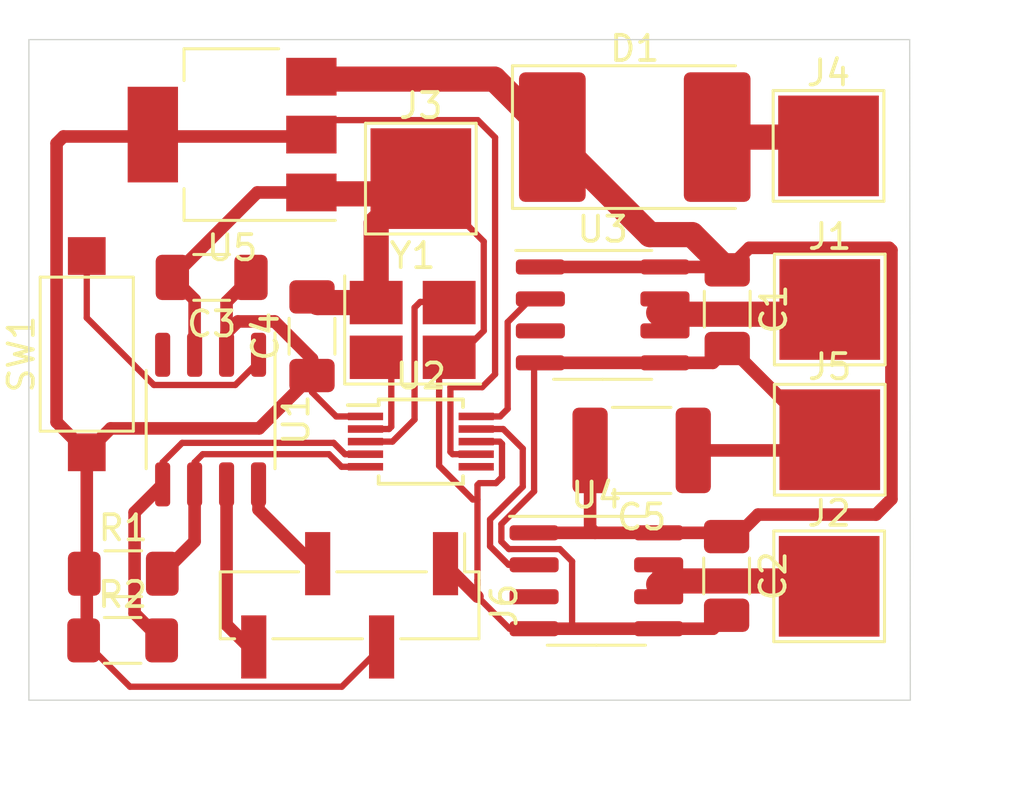
<source format=kicad_pcb>
(kicad_pcb (version 20171130) (host pcbnew 5.99.0+really5.1.12+dfsg1-1)

  (general
    (thickness 1.6)
    (drawings 4)
    (tracks 163)
    (zones 0)
    (modules 21)
    (nets 16)
  )

  (page A4)
  (layers
    (0 F.Cu signal)
    (31 B.Cu signal)
    (32 B.Adhes user)
    (33 F.Adhes user)
    (34 B.Paste user)
    (35 F.Paste user)
    (36 B.SilkS user)
    (37 F.SilkS user)
    (38 B.Mask user)
    (39 F.Mask user)
    (40 Dwgs.User user)
    (41 Cmts.User user)
    (42 Eco1.User user)
    (43 Eco2.User user)
    (44 Edge.Cuts user)
    (45 Margin user)
    (46 B.CrtYd user)
    (47 F.CrtYd user)
    (48 B.Fab user)
    (49 F.Fab user)
  )

  (setup
    (last_trace_width 0.25)
    (user_trace_width 0.5)
    (user_trace_width 1)
    (trace_clearance 0.2)
    (zone_clearance 0.508)
    (zone_45_only no)
    (trace_min 0.2)
    (via_size 0.8)
    (via_drill 0.4)
    (via_min_size 0.4)
    (via_min_drill 0.3)
    (uvia_size 0.3)
    (uvia_drill 0.1)
    (uvias_allowed no)
    (uvia_min_size 0.2)
    (uvia_min_drill 0.1)
    (edge_width 0.05)
    (segment_width 0.2)
    (pcb_text_width 0.3)
    (pcb_text_size 1.5 1.5)
    (mod_edge_width 0.12)
    (mod_text_size 1 1)
    (mod_text_width 0.15)
    (pad_size 1.524 1.524)
    (pad_drill 0.762)
    (pad_to_mask_clearance 0)
    (aux_axis_origin 0 0)
    (visible_elements FFFFFF7F)
    (pcbplotparams
      (layerselection 0x010fc_ffffffff)
      (usegerberextensions false)
      (usegerberattributes true)
      (usegerberadvancedattributes true)
      (creategerberjobfile true)
      (excludeedgelayer true)
      (linewidth 0.100000)
      (plotframeref false)
      (viasonmask false)
      (mode 1)
      (useauxorigin false)
      (hpglpennumber 1)
      (hpglpenspeed 20)
      (hpglpendiameter 15.000000)
      (psnegative false)
      (psa4output false)
      (plotreference true)
      (plotvalue true)
      (plotinvisibletext false)
      (padsonsilk false)
      (subtractmaskfromsilk false)
      (outputformat 1)
      (mirror false)
      (drillshape 1)
      (scaleselection 1)
      (outputdirectory ""))
  )

  (net 0 "")
  (net 1 GND)
  (net 2 +3V3)
  (net 3 "Net-(SW1-Pad2)")
  (net 4 "Net-(U2-Pad10)")
  (net 5 "Net-(U2-Pad9)")
  (net 6 "Net-(U2-Pad3)")
  (net 7 "Net-(U2-Pad2)")
  (net 8 +12V)
  (net 9 "Net-(J1-Pad1)")
  (net 10 "Net-(J2-Pad1)")
  (net 11 "Net-(R1-Pad2)")
  (net 12 "Net-(R2-Pad2)")
  (net 13 "Net-(C1-Pad1)")
  (net 14 "Net-(J6-Pad4)")
  (net 15 "Net-(J6-Pad3)")

  (net_class Default "Questo è il gruppo di collegamenti predefinito"
    (clearance 0.2)
    (trace_width 0.25)
    (via_dia 0.8)
    (via_drill 0.4)
    (uvia_dia 0.3)
    (uvia_drill 0.1)
    (add_net +12V)
    (add_net +3V3)
    (add_net GND)
    (add_net "Net-(C1-Pad1)")
    (add_net "Net-(J1-Pad1)")
    (add_net "Net-(J2-Pad1)")
    (add_net "Net-(J6-Pad3)")
    (add_net "Net-(J6-Pad4)")
    (add_net "Net-(R1-Pad2)")
    (add_net "Net-(R2-Pad2)")
    (add_net "Net-(SW1-Pad2)")
    (add_net "Net-(U2-Pad10)")
    (add_net "Net-(U2-Pad2)")
    (add_net "Net-(U2-Pad3)")
    (add_net "Net-(U2-Pad9)")
  )

  (module Capacitor_SMD:C_1812_4532Metric (layer F.Cu) (tedit 5F68FEEE) (tstamp 61D41F81)
    (at 86.85 45.075 180)
    (descr "Capacitor SMD 1812 (4532 Metric), square (rectangular) end terminal, IPC_7351 nominal, (Body size source: IPC-SM-782 page 76, https://www.pcb-3d.com/wordpress/wp-content/uploads/ipc-sm-782a_amendment_1_and_2.pdf), generated with kicad-footprint-generator")
    (tags capacitor)
    (path /61E06150)
    (attr smd)
    (fp_text reference C5 (at 0 -2.65) (layer F.SilkS)
      (effects (font (size 1 1) (thickness 0.15)))
    )
    (fp_text value 220n (at 0 2.65) (layer F.Fab)
      (effects (font (size 1 1) (thickness 0.15)))
    )
    (fp_text user %R (at 0 0) (layer F.Fab)
      (effects (font (size 1 1) (thickness 0.15)))
    )
    (fp_line (start -2.25 1.6) (end -2.25 -1.6) (layer F.Fab) (width 0.1))
    (fp_line (start -2.25 -1.6) (end 2.25 -1.6) (layer F.Fab) (width 0.1))
    (fp_line (start 2.25 -1.6) (end 2.25 1.6) (layer F.Fab) (width 0.1))
    (fp_line (start 2.25 1.6) (end -2.25 1.6) (layer F.Fab) (width 0.1))
    (fp_line (start -1.161252 -1.71) (end 1.161252 -1.71) (layer F.SilkS) (width 0.12))
    (fp_line (start -1.161252 1.71) (end 1.161252 1.71) (layer F.SilkS) (width 0.12))
    (fp_line (start -3 1.95) (end -3 -1.95) (layer F.CrtYd) (width 0.05))
    (fp_line (start -3 -1.95) (end 3 -1.95) (layer F.CrtYd) (width 0.05))
    (fp_line (start 3 -1.95) (end 3 1.95) (layer F.CrtYd) (width 0.05))
    (fp_line (start 3 1.95) (end -3 1.95) (layer F.CrtYd) (width 0.05))
    (pad 2 smd roundrect (at 2.05 0 180) (size 1.4 3.4) (layers F.Cu F.Paste F.Mask) (roundrect_rratio 0.178571)
      (net 13 "Net-(C1-Pad1)"))
    (pad 1 smd roundrect (at -2.05 0 180) (size 1.4 3.4) (layers F.Cu F.Paste F.Mask) (roundrect_rratio 0.178571)
      (net 1 GND))
    (model ${KISYS3DMOD}/Capacitor_SMD.3dshapes/C_1812_4532Metric.wrl
      (at (xyz 0 0 0))
      (scale (xyz 1 1 1))
      (rotate (xyz 0 0 0))
    )
  )

  (module Resistor_SMD:R_1206_3216Metric_Pad1.30x1.75mm_HandSolder (layer F.Cu) (tedit 5F68FEEE) (tstamp 61D2D22D)
    (at 66.225 52.625)
    (descr "Resistor SMD 1206 (3216 Metric), square (rectangular) end terminal, IPC_7351 nominal with elongated pad for handsoldering. (Body size source: IPC-SM-782 page 72, https://www.pcb-3d.com/wordpress/wp-content/uploads/ipc-sm-782a_amendment_1_and_2.pdf), generated with kicad-footprint-generator")
    (tags "resistor handsolder")
    (path /61BEE388)
    (attr smd)
    (fp_text reference R2 (at 0 -1.82) (layer F.SilkS)
      (effects (font (size 1 1) (thickness 0.15)))
    )
    (fp_text value 5k6 (at 0 1.82) (layer F.Fab)
      (effects (font (size 1 1) (thickness 0.15)))
    )
    (fp_line (start -1.6 0.8) (end -1.6 -0.8) (layer F.Fab) (width 0.1))
    (fp_line (start -1.6 -0.8) (end 1.6 -0.8) (layer F.Fab) (width 0.1))
    (fp_line (start 1.6 -0.8) (end 1.6 0.8) (layer F.Fab) (width 0.1))
    (fp_line (start 1.6 0.8) (end -1.6 0.8) (layer F.Fab) (width 0.1))
    (fp_line (start -0.727064 -0.91) (end 0.727064 -0.91) (layer F.SilkS) (width 0.12))
    (fp_line (start -0.727064 0.91) (end 0.727064 0.91) (layer F.SilkS) (width 0.12))
    (fp_line (start -2.45 1.12) (end -2.45 -1.12) (layer F.CrtYd) (width 0.05))
    (fp_line (start -2.45 -1.12) (end 2.45 -1.12) (layer F.CrtYd) (width 0.05))
    (fp_line (start 2.45 -1.12) (end 2.45 1.12) (layer F.CrtYd) (width 0.05))
    (fp_line (start 2.45 1.12) (end -2.45 1.12) (layer F.CrtYd) (width 0.05))
    (fp_text user %R (at 0 0) (layer F.Fab)
      (effects (font (size 0.8 0.8) (thickness 0.12)))
    )
    (pad 2 smd roundrect (at 1.55 0) (size 1.3 1.75) (layers F.Cu F.Paste F.Mask) (roundrect_rratio 0.192308)
      (net 12 "Net-(R2-Pad2)"))
    (pad 1 smd roundrect (at -1.55 0) (size 1.3 1.75) (layers F.Cu F.Paste F.Mask) (roundrect_rratio 0.192308)
      (net 2 +3V3))
    (model ${KISYS3DMOD}/Resistor_SMD.3dshapes/R_1206_3216Metric.wrl
      (at (xyz 0 0 0))
      (scale (xyz 1 1 1))
      (rotate (xyz 0 0 0))
    )
  )

  (module Capacitor_SMD:C_1206_3216Metric_Pad1.33x1.80mm_HandSolder (layer F.Cu) (tedit 5F68FEEF) (tstamp 61BD5677)
    (at 69.7625 38.2 180)
    (descr "Capacitor SMD 1206 (3216 Metric), square (rectangular) end terminal, IPC_7351 nominal with elongated pad for handsoldering. (Body size source: IPC-SM-782 page 76, https://www.pcb-3d.com/wordpress/wp-content/uploads/ipc-sm-782a_amendment_1_and_2.pdf), generated with kicad-footprint-generator")
    (tags "capacitor handsolder")
    (path /61C2BA36)
    (attr smd)
    (fp_text reference C3 (at 0 -1.85) (layer F.SilkS)
      (effects (font (size 1 1) (thickness 0.15)))
    )
    (fp_text value 150n (at 0 1.85) (layer F.Fab)
      (effects (font (size 1 1) (thickness 0.15)))
    )
    (fp_line (start 2.48 1.15) (end -2.48 1.15) (layer F.CrtYd) (width 0.05))
    (fp_line (start 2.48 -1.15) (end 2.48 1.15) (layer F.CrtYd) (width 0.05))
    (fp_line (start -2.48 -1.15) (end 2.48 -1.15) (layer F.CrtYd) (width 0.05))
    (fp_line (start -2.48 1.15) (end -2.48 -1.15) (layer F.CrtYd) (width 0.05))
    (fp_line (start -0.711252 0.91) (end 0.711252 0.91) (layer F.SilkS) (width 0.12))
    (fp_line (start -0.711252 -0.91) (end 0.711252 -0.91) (layer F.SilkS) (width 0.12))
    (fp_line (start 1.6 0.8) (end -1.6 0.8) (layer F.Fab) (width 0.1))
    (fp_line (start 1.6 -0.8) (end 1.6 0.8) (layer F.Fab) (width 0.1))
    (fp_line (start -1.6 -0.8) (end 1.6 -0.8) (layer F.Fab) (width 0.1))
    (fp_line (start -1.6 0.8) (end -1.6 -0.8) (layer F.Fab) (width 0.1))
    (fp_text user %R (at 0 0) (layer F.Fab)
      (effects (font (size 0.8 0.8) (thickness 0.12)))
    )
    (pad 2 smd roundrect (at 1.5625 0 180) (size 1.325 1.8) (layers F.Cu F.Paste F.Mask) (roundrect_rratio 0.188679)
      (net 1 GND))
    (pad 1 smd roundrect (at -1.5625 0 180) (size 1.325 1.8) (layers F.Cu F.Paste F.Mask) (roundrect_rratio 0.188679)
      (net 2 +3V3))
    (model ${KISYS3DMOD}/Capacitor_SMD.3dshapes/C_1206_3216Metric.wrl
      (at (xyz 0 0 0))
      (scale (xyz 1 1 1))
      (rotate (xyz 0 0 0))
    )
  )

  (module Connector_PinHeader_2.54mm:PinHeader_1x04_P2.54mm_Vertical_SMD_Pin1Left (layer F.Cu) (tedit 59FED5CC) (tstamp 61D3F292)
    (at 75.245 51.23 270)
    (descr "surface-mounted straight pin header, 1x04, 2.54mm pitch, single row, style 1 (pin 1 left)")
    (tags "Surface mounted pin header SMD 1x04 2.54mm single row style1 pin1 left")
    (path /61DE3E97)
    (attr smd)
    (fp_text reference J6 (at 0 -6.14 90) (layer F.SilkS)
      (effects (font (size 1 1) (thickness 0.15)))
    )
    (fp_text value Conn_01x04_Female (at 0 6.14 90) (layer F.Fab)
      (effects (font (size 1 1) (thickness 0.15)))
    )
    (fp_text user %R (at 0 0) (layer F.Fab)
      (effects (font (size 1 1) (thickness 0.15)))
    )
    (fp_line (start 1.27 5.08) (end -1.27 5.08) (layer F.Fab) (width 0.1))
    (fp_line (start -0.32 -5.08) (end 1.27 -5.08) (layer F.Fab) (width 0.1))
    (fp_line (start -1.27 5.08) (end -1.27 -4.13) (layer F.Fab) (width 0.1))
    (fp_line (start -1.27 -4.13) (end -0.32 -5.08) (layer F.Fab) (width 0.1))
    (fp_line (start 1.27 -5.08) (end 1.27 5.08) (layer F.Fab) (width 0.1))
    (fp_line (start -1.27 -4.13) (end -2.54 -4.13) (layer F.Fab) (width 0.1))
    (fp_line (start -2.54 -4.13) (end -2.54 -3.49) (layer F.Fab) (width 0.1))
    (fp_line (start -2.54 -3.49) (end -1.27 -3.49) (layer F.Fab) (width 0.1))
    (fp_line (start -1.27 0.95) (end -2.54 0.95) (layer F.Fab) (width 0.1))
    (fp_line (start -2.54 0.95) (end -2.54 1.59) (layer F.Fab) (width 0.1))
    (fp_line (start -2.54 1.59) (end -1.27 1.59) (layer F.Fab) (width 0.1))
    (fp_line (start 1.27 -1.59) (end 2.54 -1.59) (layer F.Fab) (width 0.1))
    (fp_line (start 2.54 -1.59) (end 2.54 -0.95) (layer F.Fab) (width 0.1))
    (fp_line (start 2.54 -0.95) (end 1.27 -0.95) (layer F.Fab) (width 0.1))
    (fp_line (start 1.27 3.49) (end 2.54 3.49) (layer F.Fab) (width 0.1))
    (fp_line (start 2.54 3.49) (end 2.54 4.13) (layer F.Fab) (width 0.1))
    (fp_line (start 2.54 4.13) (end 1.27 4.13) (layer F.Fab) (width 0.1))
    (fp_line (start -1.33 -5.14) (end 1.33 -5.14) (layer F.SilkS) (width 0.12))
    (fp_line (start -1.33 5.14) (end 1.33 5.14) (layer F.SilkS) (width 0.12))
    (fp_line (start 1.33 -5.14) (end 1.33 -2.03) (layer F.SilkS) (width 0.12))
    (fp_line (start -1.33 -4.57) (end -2.85 -4.57) (layer F.SilkS) (width 0.12))
    (fp_line (start -1.33 -5.14) (end -1.33 -4.57) (layer F.SilkS) (width 0.12))
    (fp_line (start 1.33 4.57) (end 1.33 5.14) (layer F.SilkS) (width 0.12))
    (fp_line (start 1.33 -0.51) (end 1.33 3.05) (layer F.SilkS) (width 0.12))
    (fp_line (start -1.33 -3.05) (end -1.33 0.51) (layer F.SilkS) (width 0.12))
    (fp_line (start -1.33 2.03) (end -1.33 5.14) (layer F.SilkS) (width 0.12))
    (fp_line (start -3.45 -5.6) (end -3.45 5.6) (layer F.CrtYd) (width 0.05))
    (fp_line (start -3.45 5.6) (end 3.45 5.6) (layer F.CrtYd) (width 0.05))
    (fp_line (start 3.45 5.6) (end 3.45 -5.6) (layer F.CrtYd) (width 0.05))
    (fp_line (start 3.45 -5.6) (end -3.45 -5.6) (layer F.CrtYd) (width 0.05))
    (pad 4 smd rect (at 1.655 3.81 270) (size 2.51 1) (layers F.Cu F.Paste F.Mask)
      (net 14 "Net-(J6-Pad4)"))
    (pad 2 smd rect (at 1.655 -1.27 270) (size 2.51 1) (layers F.Cu F.Paste F.Mask)
      (net 2 +3V3))
    (pad 3 smd rect (at -1.655 1.27 270) (size 2.51 1) (layers F.Cu F.Paste F.Mask)
      (net 15 "Net-(J6-Pad3)"))
    (pad 1 smd rect (at -1.655 -3.81 270) (size 2.51 1) (layers F.Cu F.Paste F.Mask)
      (net 1 GND))
    (model ${KISYS3DMOD}/Connector_PinHeader_2.54mm.3dshapes/PinHeader_1x04_P2.54mm_Vertical_SMD_Pin1Left.wrl
      (at (xyz 0 0 0))
      (scale (xyz 1 1 1))
      (rotate (xyz 0 0 0))
    )
  )

  (module Package_TO_SOT_SMD:SOT-223-3_TabPin2 (layer F.Cu) (tedit 5A02FF57) (tstamp 61D3A92F)
    (at 70.575 32.525 180)
    (descr "module CMS SOT223 4 pins")
    (tags "CMS SOT")
    (path /61DBDBE5)
    (attr smd)
    (fp_text reference U5 (at 0 -4.5) (layer F.SilkS)
      (effects (font (size 1 1) (thickness 0.15)))
    )
    (fp_text value LD1117S33TR_SOT223 (at 0 4.5) (layer F.Fab)
      (effects (font (size 1 1) (thickness 0.15)))
    )
    (fp_line (start 1.85 -3.35) (end 1.85 3.35) (layer F.Fab) (width 0.1))
    (fp_line (start -1.85 3.35) (end 1.85 3.35) (layer F.Fab) (width 0.1))
    (fp_line (start -4.1 -3.41) (end 1.91 -3.41) (layer F.SilkS) (width 0.12))
    (fp_line (start -0.85 -3.35) (end 1.85 -3.35) (layer F.Fab) (width 0.1))
    (fp_line (start -1.85 3.41) (end 1.91 3.41) (layer F.SilkS) (width 0.12))
    (fp_line (start -1.85 -2.35) (end -1.85 3.35) (layer F.Fab) (width 0.1))
    (fp_line (start -1.85 -2.35) (end -0.85 -3.35) (layer F.Fab) (width 0.1))
    (fp_line (start -4.4 -3.6) (end -4.4 3.6) (layer F.CrtYd) (width 0.05))
    (fp_line (start -4.4 3.6) (end 4.4 3.6) (layer F.CrtYd) (width 0.05))
    (fp_line (start 4.4 3.6) (end 4.4 -3.6) (layer F.CrtYd) (width 0.05))
    (fp_line (start 4.4 -3.6) (end -4.4 -3.6) (layer F.CrtYd) (width 0.05))
    (fp_line (start 1.91 -3.41) (end 1.91 -2.15) (layer F.SilkS) (width 0.12))
    (fp_line (start 1.91 3.41) (end 1.91 2.15) (layer F.SilkS) (width 0.12))
    (fp_text user %R (at 0 0 90) (layer F.Fab)
      (effects (font (size 0.8 0.8) (thickness 0.12)))
    )
    (pad 1 smd rect (at -3.15 -2.3 180) (size 2 1.5) (layers F.Cu F.Paste F.Mask)
      (net 1 GND))
    (pad 3 smd rect (at -3.15 2.3 180) (size 2 1.5) (layers F.Cu F.Paste F.Mask)
      (net 13 "Net-(C1-Pad1)"))
    (pad 2 smd rect (at -3.15 0 180) (size 2 1.5) (layers F.Cu F.Paste F.Mask)
      (net 2 +3V3))
    (pad 2 smd rect (at 3.15 0 180) (size 2 3.8) (layers F.Cu F.Paste F.Mask)
      (net 2 +3V3))
    (model ${KISYS3DMOD}/Package_TO_SOT_SMD.3dshapes/SOT-223.wrl
      (at (xyz 0 0 0))
      (scale (xyz 1 1 1))
      (rotate (xyz 0 0 0))
    )
  )

  (module Button_Switch_SMD:SW_SPST_CK_RS282G05A3 (layer F.Cu) (tedit 5A7A67D2) (tstamp 61BD3C07)
    (at 64.8 41.25 90)
    (descr https://www.mouser.com/ds/2/60/RS-282G05A-SM_RT-1159762.pdf)
    (tags "SPST button tactile switch")
    (path /61C14AD4)
    (attr smd)
    (fp_text reference SW1 (at 0 -2.6 90) (layer F.SilkS)
      (effects (font (size 1 1) (thickness 0.15)))
    )
    (fp_text value SW_Push (at 0 3 90) (layer F.Fab)
      (effects (font (size 1 1) (thickness 0.15)))
    )
    (fp_line (start 3 -1.8) (end 3 1.8) (layer F.Fab) (width 0.1))
    (fp_line (start -3 -1.8) (end -3 1.8) (layer F.Fab) (width 0.1))
    (fp_line (start -3 -1.8) (end 3 -1.8) (layer F.Fab) (width 0.1))
    (fp_line (start -3 1.8) (end 3 1.8) (layer F.Fab) (width 0.1))
    (fp_line (start -1.5 -0.8) (end -1.5 0.8) (layer F.Fab) (width 0.1))
    (fp_line (start 1.5 -0.8) (end 1.5 0.8) (layer F.Fab) (width 0.1))
    (fp_line (start -1.5 -0.8) (end 1.5 -0.8) (layer F.Fab) (width 0.1))
    (fp_line (start -1.5 0.8) (end 1.5 0.8) (layer F.Fab) (width 0.1))
    (fp_line (start -3.06 1.85) (end -3.06 -1.85) (layer F.SilkS) (width 0.12))
    (fp_line (start 3.06 1.85) (end -3.06 1.85) (layer F.SilkS) (width 0.12))
    (fp_line (start 3.06 -1.85) (end 3.06 1.85) (layer F.SilkS) (width 0.12))
    (fp_line (start -3.06 -1.85) (end 3.06 -1.85) (layer F.SilkS) (width 0.12))
    (fp_line (start -1.75 1) (end -1.75 -1) (layer F.Fab) (width 0.1))
    (fp_line (start 1.75 1) (end -1.75 1) (layer F.Fab) (width 0.1))
    (fp_line (start 1.75 -1) (end 1.75 1) (layer F.Fab) (width 0.1))
    (fp_line (start -1.75 -1) (end 1.75 -1) (layer F.Fab) (width 0.1))
    (fp_line (start -4.9 -2.05) (end 4.9 -2.05) (layer F.CrtYd) (width 0.05))
    (fp_line (start 4.9 -2.05) (end 4.9 2.05) (layer F.CrtYd) (width 0.05))
    (fp_line (start 4.9 2.05) (end -4.9 2.05) (layer F.CrtYd) (width 0.05))
    (fp_line (start -4.9 2.05) (end -4.9 -2.05) (layer F.CrtYd) (width 0.05))
    (fp_text user %R (at 0 -2.6 90) (layer F.Fab)
      (effects (font (size 1 1) (thickness 0.15)))
    )
    (pad 2 smd rect (at 3.9 0 90) (size 1.5 1.5) (layers F.Cu F.Paste F.Mask)
      (net 3 "Net-(SW1-Pad2)"))
    (pad 1 smd rect (at -3.9 0 90) (size 1.5 1.5) (layers F.Cu F.Paste F.Mask)
      (net 2 +3V3))
    (model ${KISYS3DMOD}/Button_Switch_SMD.3dshapes/SW_SPST_CK_RS282G05A3.wrl
      (at (xyz 0 0 0))
      (scale (xyz 1 1 1))
      (rotate (xyz 0 0 0))
    )
  )

  (module Diode_SMD:D_3220_8050Metric_Pad2.65x5.15mm_HandSolder (layer F.Cu) (tedit 5F68FEF0) (tstamp 61D3822D)
    (at 86.575 32.625)
    (descr "Diode SMD 3220 (8050 Metric), square (rectangular) end terminal, IPC_7351 nominal, (Body size from: http://datasheets.avx.com/schottky.pdf), generated with kicad-footprint-generator")
    (tags "diode handsolder")
    (path /61D9D085)
    (attr smd)
    (fp_text reference D1 (at 0 -3.52) (layer F.SilkS)
      (effects (font (size 1 1) (thickness 0.15)))
    )
    (fp_text value D (at 0 3.52) (layer F.Fab)
      (effects (font (size 1 1) (thickness 0.15)))
    )
    (fp_line (start 4.85 2.82) (end -4.85 2.82) (layer F.CrtYd) (width 0.05))
    (fp_line (start 4.85 -2.82) (end 4.85 2.82) (layer F.CrtYd) (width 0.05))
    (fp_line (start -4.85 -2.82) (end 4.85 -2.82) (layer F.CrtYd) (width 0.05))
    (fp_line (start -4.85 2.82) (end -4.85 -2.82) (layer F.CrtYd) (width 0.05))
    (fp_line (start -4.86 2.835) (end 4 2.835) (layer F.SilkS) (width 0.12))
    (fp_line (start -4.86 -2.835) (end -4.86 2.835) (layer F.SilkS) (width 0.12))
    (fp_line (start 4 -2.835) (end -4.86 -2.835) (layer F.SilkS) (width 0.12))
    (fp_line (start 4 2.5) (end 4 -2.5) (layer F.Fab) (width 0.1))
    (fp_line (start -4 2.5) (end 4 2.5) (layer F.Fab) (width 0.1))
    (fp_line (start -4 -1.5) (end -4 2.5) (layer F.Fab) (width 0.1))
    (fp_line (start -3 -2.5) (end -4 -1.5) (layer F.Fab) (width 0.1))
    (fp_line (start 4 -2.5) (end -3 -2.5) (layer F.Fab) (width 0.1))
    (fp_text user %R (at 0 0) (layer F.Fab)
      (effects (font (size 1 1) (thickness 0.15)))
    )
    (pad 2 smd roundrect (at 3.275 0) (size 2.65 5.15) (layers F.Cu F.Paste F.Mask) (roundrect_rratio 0.09433999999999999)
      (net 8 +12V))
    (pad 1 smd roundrect (at -3.275 0) (size 2.65 5.15) (layers F.Cu F.Paste F.Mask) (roundrect_rratio 0.09433999999999999)
      (net 13 "Net-(C1-Pad1)"))
    (model ${KISYS3DMOD}/Diode_SMD.3dshapes/D_3220_8050Metric.wrl
      (at (xyz 0 0 0))
      (scale (xyz 1 1 1))
      (rotate (xyz 0 0 0))
    )
  )

  (module TestPoint:TestPoint_Pad_4.0x4.0mm (layer F.Cu) (tedit 5A0F774F) (tstamp 61D34121)
    (at 94.325 44.65)
    (descr "SMD rectangular pad as test Point, square 4.0mm side length")
    (tags "test point SMD pad rectangle square")
    (path /61D73449)
    (attr virtual)
    (fp_text reference J5 (at 0 -2.898) (layer F.SilkS)
      (effects (font (size 1 1) (thickness 0.15)))
    )
    (fp_text value MOSFETGND (at 0 3.1) (layer F.Fab)
      (effects (font (size 1 1) (thickness 0.15)))
    )
    (fp_line (start 2.5 2.5) (end -2.5 2.5) (layer F.CrtYd) (width 0.05))
    (fp_line (start 2.5 2.5) (end 2.5 -2.5) (layer F.CrtYd) (width 0.05))
    (fp_line (start -2.5 -2.5) (end -2.5 2.5) (layer F.CrtYd) (width 0.05))
    (fp_line (start -2.5 -2.5) (end 2.5 -2.5) (layer F.CrtYd) (width 0.05))
    (fp_line (start -2.2 2.2) (end -2.2 -2.2) (layer F.SilkS) (width 0.12))
    (fp_line (start 2.2 2.2) (end -2.2 2.2) (layer F.SilkS) (width 0.12))
    (fp_line (start 2.2 -2.2) (end 2.2 2.2) (layer F.SilkS) (width 0.12))
    (fp_line (start -2.2 -2.2) (end 2.2 -2.2) (layer F.SilkS) (width 0.12))
    (fp_text user %R (at 0 -2.9) (layer F.Fab)
      (effects (font (size 1 1) (thickness 0.15)))
    )
    (pad 1 smd rect (at 0 0) (size 4 4) (layers F.Cu F.Mask)
      (net 1 GND))
  )

  (module Crystal:Crystal_SMD_SeikoEpson_TSX3225-4Pin_3.2x2.5mm_HandSoldering (layer F.Cu) (tedit 5A0FD1B2) (tstamp 61D3179C)
    (at 77.75 40.2875)
    (descr "crystal Epson Toyocom TSX-3225 series https://support.epson.biz/td/api/doc_check.php?dl=brief_fa-238v_en.pdf, hand-soldering, 3.2x2.5mm^2 package")
    (tags "SMD SMT crystal hand-soldering")
    (path /61D4D30B)
    (attr smd)
    (fp_text reference Y1 (at 0 -2.95) (layer F.SilkS)
      (effects (font (size 1 1) (thickness 0.15)))
    )
    (fp_text value Crystal_GND24 (at 0 2.95) (layer F.Fab)
      (effects (font (size 1 1) (thickness 0.15)))
    )
    (fp_line (start 2.8 -2.2) (end -2.8 -2.2) (layer F.CrtYd) (width 0.05))
    (fp_line (start 2.8 2.2) (end 2.8 -2.2) (layer F.CrtYd) (width 0.05))
    (fp_line (start -2.8 2.2) (end 2.8 2.2) (layer F.CrtYd) (width 0.05))
    (fp_line (start -2.8 -2.2) (end -2.8 2.2) (layer F.CrtYd) (width 0.05))
    (fp_line (start -2.7 2.15) (end 2.7 2.15) (layer F.SilkS) (width 0.12))
    (fp_line (start -2.7 -2.15) (end -2.7 2.15) (layer F.SilkS) (width 0.12))
    (fp_line (start -1.6 0.25) (end -0.6 1.25) (layer F.Fab) (width 0.1))
    (fp_line (start -1.6 -1.15) (end -1.5 -1.25) (layer F.Fab) (width 0.1))
    (fp_line (start -1.6 1.15) (end -1.6 -1.15) (layer F.Fab) (width 0.1))
    (fp_line (start -1.5 1.25) (end -1.6 1.15) (layer F.Fab) (width 0.1))
    (fp_line (start 1.5 1.25) (end -1.5 1.25) (layer F.Fab) (width 0.1))
    (fp_line (start 1.6 1.15) (end 1.5 1.25) (layer F.Fab) (width 0.1))
    (fp_line (start 1.6 -1.15) (end 1.6 1.15) (layer F.Fab) (width 0.1))
    (fp_line (start 1.5 -1.25) (end 1.6 -1.15) (layer F.Fab) (width 0.1))
    (fp_line (start -1.5 -1.25) (end 1.5 -1.25) (layer F.Fab) (width 0.1))
    (fp_text user %R (at 0 0) (layer F.Fab)
      (effects (font (size 0.7 0.7) (thickness 0.105)))
    )
    (pad 4 smd rect (at -1.45 -1.0875) (size 2.1 1.725) (layers F.Cu F.Paste F.Mask)
      (net 1 GND))
    (pad 3 smd rect (at 1.45 -1.0875) (size 2.1 1.725) (layers F.Cu F.Paste F.Mask)
      (net 6 "Net-(U2-Pad3)"))
    (pad 2 smd rect (at 1.45 1.0875) (size 2.1 1.725) (layers F.Cu F.Paste F.Mask)
      (net 1 GND))
    (pad 1 smd rect (at -1.45 1.0875) (size 2.1 1.725) (layers F.Cu F.Paste F.Mask)
      (net 7 "Net-(U2-Pad2)"))
    (model ${KISYS3DMOD}/Crystal.3dshapes/Crystal_SMD_SeikoEpson_TSX3225-4Pin_3.2x2.5mm_HandSoldering.wrl
      (at (xyz 0 0 0))
      (scale (xyz 1 1 1))
      (rotate (xyz 0 0 0))
    )
  )

  (module TestPoint:TestPoint_Pad_4.0x4.0mm (layer F.Cu) (tedit 5A0F774F) (tstamp 61D30632)
    (at 94.275 32.975)
    (descr "SMD rectangular pad as test Point, square 4.0mm side length")
    (tags "test point SMD pad rectangle square")
    (path /61D4A334)
    (attr virtual)
    (fp_text reference J4 (at 0 -2.898) (layer F.SilkS)
      (effects (font (size 1 1) (thickness 0.15)))
    )
    (fp_text value Conn_01x01_Female (at 0 3.1) (layer F.Fab)
      (effects (font (size 1 1) (thickness 0.15)))
    )
    (fp_line (start 2.5 2.5) (end -2.5 2.5) (layer F.CrtYd) (width 0.05))
    (fp_line (start 2.5 2.5) (end 2.5 -2.5) (layer F.CrtYd) (width 0.05))
    (fp_line (start -2.5 -2.5) (end -2.5 2.5) (layer F.CrtYd) (width 0.05))
    (fp_line (start -2.5 -2.5) (end 2.5 -2.5) (layer F.CrtYd) (width 0.05))
    (fp_line (start -2.2 2.2) (end -2.2 -2.2) (layer F.SilkS) (width 0.12))
    (fp_line (start 2.2 2.2) (end -2.2 2.2) (layer F.SilkS) (width 0.12))
    (fp_line (start 2.2 -2.2) (end 2.2 2.2) (layer F.SilkS) (width 0.12))
    (fp_line (start -2.2 -2.2) (end 2.2 -2.2) (layer F.SilkS) (width 0.12))
    (fp_text user %R (at 0 -2.9) (layer F.Fab)
      (effects (font (size 1 1) (thickness 0.15)))
    )
    (pad 1 smd rect (at 0 0) (size 4 4) (layers F.Cu F.Mask)
      (net 8 +12V))
  )

  (module Package_SO:SOIC-8_3.9x4.9mm_P1.27mm (layer F.Cu) (tedit 5D9F72B1) (tstamp 61D39FB7)
    (at 85.3 39.69)
    (descr "SOIC, 8 Pin (JEDEC MS-012AA, https://www.analog.com/media/en/package-pcb-resources/package/pkg_pdf/soic_narrow-r/r_8.pdf), generated with kicad-footprint-generator ipc_gullwing_generator.py")
    (tags "SOIC SO")
    (path /6170CD01)
    (attr smd)
    (fp_text reference U3 (at 0 -3.4) (layer F.SilkS)
      (effects (font (size 1 1) (thickness 0.15)))
    )
    (fp_text value IXDN609PI (at 0 3.4) (layer F.Fab)
      (effects (font (size 1 1) (thickness 0.15)))
    )
    (fp_text user %R (at 0 0) (layer F.Fab)
      (effects (font (size 0.98 0.98) (thickness 0.15)))
    )
    (fp_line (start 0 2.56) (end 1.95 2.56) (layer F.SilkS) (width 0.12))
    (fp_line (start 0 2.56) (end -1.95 2.56) (layer F.SilkS) (width 0.12))
    (fp_line (start 0 -2.56) (end 1.95 -2.56) (layer F.SilkS) (width 0.12))
    (fp_line (start 0 -2.56) (end -3.45 -2.56) (layer F.SilkS) (width 0.12))
    (fp_line (start -0.975 -2.45) (end 1.95 -2.45) (layer F.Fab) (width 0.1))
    (fp_line (start 1.95 -2.45) (end 1.95 2.45) (layer F.Fab) (width 0.1))
    (fp_line (start 1.95 2.45) (end -1.95 2.45) (layer F.Fab) (width 0.1))
    (fp_line (start -1.95 2.45) (end -1.95 -1.475) (layer F.Fab) (width 0.1))
    (fp_line (start -1.95 -1.475) (end -0.975 -2.45) (layer F.Fab) (width 0.1))
    (fp_line (start -3.7 -2.7) (end -3.7 2.7) (layer F.CrtYd) (width 0.05))
    (fp_line (start -3.7 2.7) (end 3.7 2.7) (layer F.CrtYd) (width 0.05))
    (fp_line (start 3.7 2.7) (end 3.7 -2.7) (layer F.CrtYd) (width 0.05))
    (fp_line (start 3.7 -2.7) (end -3.7 -2.7) (layer F.CrtYd) (width 0.05))
    (pad 1 smd roundrect (at -2.475 -1.905) (size 1.95 0.6) (layers F.Cu F.Paste F.Mask) (roundrect_rratio 0.25)
      (net 13 "Net-(C1-Pad1)"))
    (pad 2 smd roundrect (at -2.475 -0.635) (size 1.95 0.6) (layers F.Cu F.Paste F.Mask) (roundrect_rratio 0.25)
      (net 4 "Net-(U2-Pad10)"))
    (pad 3 smd roundrect (at -2.475 0.635) (size 1.95 0.6) (layers F.Cu F.Paste F.Mask) (roundrect_rratio 0.25))
    (pad 4 smd roundrect (at -2.475 1.905) (size 1.95 0.6) (layers F.Cu F.Paste F.Mask) (roundrect_rratio 0.25)
      (net 1 GND))
    (pad 5 smd roundrect (at 2.475 1.905) (size 1.95 0.6) (layers F.Cu F.Paste F.Mask) (roundrect_rratio 0.25)
      (net 1 GND))
    (pad 6 smd roundrect (at 2.475 0.635) (size 1.95 0.6) (layers F.Cu F.Paste F.Mask) (roundrect_rratio 0.25)
      (net 9 "Net-(J1-Pad1)"))
    (pad 7 smd roundrect (at 2.475 -0.635) (size 1.95 0.6) (layers F.Cu F.Paste F.Mask) (roundrect_rratio 0.25)
      (net 9 "Net-(J1-Pad1)"))
    (pad 8 smd roundrect (at 2.475 -1.905) (size 1.95 0.6) (layers F.Cu F.Paste F.Mask) (roundrect_rratio 0.25)
      (net 13 "Net-(C1-Pad1)"))
    (model ${KISYS3DMOD}/Package_SO.3dshapes/SOIC-8_3.9x4.9mm_P1.27mm.wrl
      (at (xyz 0 0 0))
      (scale (xyz 1 1 1))
      (rotate (xyz 0 0 0))
    )
  )

  (module Capacitor_SMD:C_1206_3216Metric_Pad1.33x1.80mm_HandSolder (layer F.Cu) (tedit 5F68FEEF) (tstamp 61BD5655)
    (at 90.25 39.4625 270)
    (descr "Capacitor SMD 1206 (3216 Metric), square (rectangular) end terminal, IPC_7351 nominal with elongated pad for handsoldering. (Body size source: IPC-SM-782 page 76, https://www.pcb-3d.com/wordpress/wp-content/uploads/ipc-sm-782a_amendment_1_and_2.pdf), generated with kicad-footprint-generator")
    (tags "capacitor handsolder")
    (path /617245F7)
    (attr smd)
    (fp_text reference C1 (at 0 -1.85 90) (layer F.SilkS)
      (effects (font (size 1 1) (thickness 0.15)))
    )
    (fp_text value 220n (at 0 1.85 90) (layer F.Fab)
      (effects (font (size 1 1) (thickness 0.15)))
    )
    (fp_line (start 2.48 1.15) (end -2.48 1.15) (layer F.CrtYd) (width 0.05))
    (fp_line (start 2.48 -1.15) (end 2.48 1.15) (layer F.CrtYd) (width 0.05))
    (fp_line (start -2.48 -1.15) (end 2.48 -1.15) (layer F.CrtYd) (width 0.05))
    (fp_line (start -2.48 1.15) (end -2.48 -1.15) (layer F.CrtYd) (width 0.05))
    (fp_line (start -0.711252 0.91) (end 0.711252 0.91) (layer F.SilkS) (width 0.12))
    (fp_line (start -0.711252 -0.91) (end 0.711252 -0.91) (layer F.SilkS) (width 0.12))
    (fp_line (start 1.6 0.8) (end -1.6 0.8) (layer F.Fab) (width 0.1))
    (fp_line (start 1.6 -0.8) (end 1.6 0.8) (layer F.Fab) (width 0.1))
    (fp_line (start -1.6 -0.8) (end 1.6 -0.8) (layer F.Fab) (width 0.1))
    (fp_line (start -1.6 0.8) (end -1.6 -0.8) (layer F.Fab) (width 0.1))
    (fp_text user %R (at 0 0 90) (layer F.Fab)
      (effects (font (size 0.8 0.8) (thickness 0.12)))
    )
    (pad 2 smd roundrect (at 1.5625 0 270) (size 1.325 1.8) (layers F.Cu F.Paste F.Mask) (roundrect_rratio 0.188679)
      (net 1 GND))
    (pad 1 smd roundrect (at -1.5625 0 270) (size 1.325 1.8) (layers F.Cu F.Paste F.Mask) (roundrect_rratio 0.188679)
      (net 13 "Net-(C1-Pad1)"))
    (model ${KISYS3DMOD}/Capacitor_SMD.3dshapes/C_1206_3216Metric.wrl
      (at (xyz 0 0 0))
      (scale (xyz 1 1 1))
      (rotate (xyz 0 0 0))
    )
  )

  (module Package_SO:SOIC-8_3.9x4.9mm_P1.27mm (layer F.Cu) (tedit 5D9F72B1) (tstamp 61BD2D92)
    (at 85.05 50.255)
    (descr "SOIC, 8 Pin (JEDEC MS-012AA, https://www.analog.com/media/en/package-pcb-resources/package/pkg_pdf/soic_narrow-r/r_8.pdf), generated with kicad-footprint-generator ipc_gullwing_generator.py")
    (tags "SOIC SO")
    (path /6170DA36)
    (attr smd)
    (fp_text reference U4 (at 0 -3.4) (layer F.SilkS)
      (effects (font (size 1 1) (thickness 0.15)))
    )
    (fp_text value IXDN609PI (at 0 3.4) (layer F.Fab)
      (effects (font (size 1 1) (thickness 0.15)))
    )
    (fp_text user %R (at 0 0) (layer F.Fab)
      (effects (font (size 0.98 0.98) (thickness 0.15)))
    )
    (fp_line (start 0 2.56) (end 1.95 2.56) (layer F.SilkS) (width 0.12))
    (fp_line (start 0 2.56) (end -1.95 2.56) (layer F.SilkS) (width 0.12))
    (fp_line (start 0 -2.56) (end 1.95 -2.56) (layer F.SilkS) (width 0.12))
    (fp_line (start 0 -2.56) (end -3.45 -2.56) (layer F.SilkS) (width 0.12))
    (fp_line (start -0.975 -2.45) (end 1.95 -2.45) (layer F.Fab) (width 0.1))
    (fp_line (start 1.95 -2.45) (end 1.95 2.45) (layer F.Fab) (width 0.1))
    (fp_line (start 1.95 2.45) (end -1.95 2.45) (layer F.Fab) (width 0.1))
    (fp_line (start -1.95 2.45) (end -1.95 -1.475) (layer F.Fab) (width 0.1))
    (fp_line (start -1.95 -1.475) (end -0.975 -2.45) (layer F.Fab) (width 0.1))
    (fp_line (start -3.7 -2.7) (end -3.7 2.7) (layer F.CrtYd) (width 0.05))
    (fp_line (start -3.7 2.7) (end 3.7 2.7) (layer F.CrtYd) (width 0.05))
    (fp_line (start 3.7 2.7) (end 3.7 -2.7) (layer F.CrtYd) (width 0.05))
    (fp_line (start 3.7 -2.7) (end -3.7 -2.7) (layer F.CrtYd) (width 0.05))
    (pad 1 smd roundrect (at -2.475 -1.905) (size 1.95 0.6) (layers F.Cu F.Paste F.Mask) (roundrect_rratio 0.25)
      (net 13 "Net-(C1-Pad1)"))
    (pad 2 smd roundrect (at -2.475 -0.635) (size 1.95 0.6) (layers F.Cu F.Paste F.Mask) (roundrect_rratio 0.25)
      (net 5 "Net-(U2-Pad9)"))
    (pad 3 smd roundrect (at -2.475 0.635) (size 1.95 0.6) (layers F.Cu F.Paste F.Mask) (roundrect_rratio 0.25))
    (pad 4 smd roundrect (at -2.475 1.905) (size 1.95 0.6) (layers F.Cu F.Paste F.Mask) (roundrect_rratio 0.25)
      (net 1 GND))
    (pad 5 smd roundrect (at 2.475 1.905) (size 1.95 0.6) (layers F.Cu F.Paste F.Mask) (roundrect_rratio 0.25)
      (net 1 GND))
    (pad 6 smd roundrect (at 2.475 0.635) (size 1.95 0.6) (layers F.Cu F.Paste F.Mask) (roundrect_rratio 0.25)
      (net 10 "Net-(J2-Pad1)"))
    (pad 7 smd roundrect (at 2.475 -0.635) (size 1.95 0.6) (layers F.Cu F.Paste F.Mask) (roundrect_rratio 0.25)
      (net 10 "Net-(J2-Pad1)"))
    (pad 8 smd roundrect (at 2.475 -1.905) (size 1.95 0.6) (layers F.Cu F.Paste F.Mask) (roundrect_rratio 0.25)
      (net 13 "Net-(C1-Pad1)"))
    (model ${KISYS3DMOD}/Package_SO.3dshapes/SOIC-8_3.9x4.9mm_P1.27mm.wrl
      (at (xyz 0 0 0))
      (scale (xyz 1 1 1))
      (rotate (xyz 0 0 0))
    )
  )

  (module TestPoint:TestPoint_Pad_4.0x4.0mm (layer F.Cu) (tedit 5A0F774F) (tstamp 61D33C2A)
    (at 78.075 34.275)
    (descr "SMD rectangular pad as test Point, square 4.0mm side length")
    (tags "test point SMD pad rectangle square")
    (path /61D33D93)
    (attr virtual)
    (fp_text reference J3 (at 0 -2.898) (layer F.SilkS)
      (effects (font (size 1 1) (thickness 0.15)))
    )
    (fp_text value Conn_01x01_Female (at 0 3.1) (layer F.Fab)
      (effects (font (size 1 1) (thickness 0.15)))
    )
    (fp_line (start 2.5 2.5) (end -2.5 2.5) (layer F.CrtYd) (width 0.05))
    (fp_line (start 2.5 2.5) (end 2.5 -2.5) (layer F.CrtYd) (width 0.05))
    (fp_line (start -2.5 -2.5) (end -2.5 2.5) (layer F.CrtYd) (width 0.05))
    (fp_line (start -2.5 -2.5) (end 2.5 -2.5) (layer F.CrtYd) (width 0.05))
    (fp_line (start -2.2 2.2) (end -2.2 -2.2) (layer F.SilkS) (width 0.12))
    (fp_line (start 2.2 2.2) (end -2.2 2.2) (layer F.SilkS) (width 0.12))
    (fp_line (start 2.2 -2.2) (end 2.2 2.2) (layer F.SilkS) (width 0.12))
    (fp_line (start -2.2 -2.2) (end 2.2 -2.2) (layer F.SilkS) (width 0.12))
    (fp_text user %R (at 0 -2.9) (layer F.Fab)
      (effects (font (size 1 1) (thickness 0.15)))
    )
    (pad 1 smd rect (at 0 0) (size 4 4) (layers F.Cu F.Mask)
      (net 1 GND))
  )

  (module TestPoint:TestPoint_Pad_4.0x4.0mm (layer F.Cu) (tedit 5A0F774F) (tstamp 61D2EC39)
    (at 94.3 50.475)
    (descr "SMD rectangular pad as test Point, square 4.0mm side length")
    (tags "test point SMD pad rectangle square")
    (path /61C2A1B5)
    (attr virtual)
    (fp_text reference J2 (at 0 -2.898) (layer F.SilkS)
      (effects (font (size 1 1) (thickness 0.15)))
    )
    (fp_text value Conn_01x01_Female (at 0 3.1) (layer F.Fab)
      (effects (font (size 1 1) (thickness 0.15)))
    )
    (fp_line (start 2.5 2.5) (end -2.5 2.5) (layer F.CrtYd) (width 0.05))
    (fp_line (start 2.5 2.5) (end 2.5 -2.5) (layer F.CrtYd) (width 0.05))
    (fp_line (start -2.5 -2.5) (end -2.5 2.5) (layer F.CrtYd) (width 0.05))
    (fp_line (start -2.5 -2.5) (end 2.5 -2.5) (layer F.CrtYd) (width 0.05))
    (fp_line (start -2.2 2.2) (end -2.2 -2.2) (layer F.SilkS) (width 0.12))
    (fp_line (start 2.2 2.2) (end -2.2 2.2) (layer F.SilkS) (width 0.12))
    (fp_line (start 2.2 -2.2) (end 2.2 2.2) (layer F.SilkS) (width 0.12))
    (fp_line (start -2.2 -2.2) (end 2.2 -2.2) (layer F.SilkS) (width 0.12))
    (fp_text user %R (at 0 -2.9) (layer F.Fab)
      (effects (font (size 1 1) (thickness 0.15)))
    )
    (pad 1 smd rect (at 0 0) (size 4 4) (layers F.Cu F.Mask)
      (net 10 "Net-(J2-Pad1)"))
  )

  (module TestPoint:TestPoint_Pad_4.0x4.0mm (layer F.Cu) (tedit 5A0F774F) (tstamp 61D2ECD8)
    (at 94.325 39.475)
    (descr "SMD rectangular pad as test Point, square 4.0mm side length")
    (tags "test point SMD pad rectangle square")
    (path /61C293CA)
    (attr virtual)
    (fp_text reference J1 (at 0 -2.898) (layer F.SilkS)
      (effects (font (size 1 1) (thickness 0.15)))
    )
    (fp_text value Conn_01x01_Female (at 0 3.1) (layer F.Fab)
      (effects (font (size 1 1) (thickness 0.15)))
    )
    (fp_line (start 2.5 2.5) (end -2.5 2.5) (layer F.CrtYd) (width 0.05))
    (fp_line (start 2.5 2.5) (end 2.5 -2.5) (layer F.CrtYd) (width 0.05))
    (fp_line (start -2.5 -2.5) (end -2.5 2.5) (layer F.CrtYd) (width 0.05))
    (fp_line (start -2.5 -2.5) (end 2.5 -2.5) (layer F.CrtYd) (width 0.05))
    (fp_line (start -2.2 2.2) (end -2.2 -2.2) (layer F.SilkS) (width 0.12))
    (fp_line (start 2.2 2.2) (end -2.2 2.2) (layer F.SilkS) (width 0.12))
    (fp_line (start 2.2 -2.2) (end 2.2 2.2) (layer F.SilkS) (width 0.12))
    (fp_line (start -2.2 -2.2) (end 2.2 -2.2) (layer F.SilkS) (width 0.12))
    (fp_text user %R (at 0 -2.9) (layer F.Fab)
      (effects (font (size 1 1) (thickness 0.15)))
    )
    (pad 1 smd rect (at 0 0) (size 4 4) (layers F.Cu F.Mask)
      (net 9 "Net-(J1-Pad1)"))
  )

  (module Resistor_SMD:R_1206_3216Metric_Pad1.30x1.75mm_HandSolder (layer F.Cu) (tedit 5F68FEEE) (tstamp 61D2D21C)
    (at 66.25 49.975)
    (descr "Resistor SMD 1206 (3216 Metric), square (rectangular) end terminal, IPC_7351 nominal with elongated pad for handsoldering. (Body size source: IPC-SM-782 page 72, https://www.pcb-3d.com/wordpress/wp-content/uploads/ipc-sm-782a_amendment_1_and_2.pdf), generated with kicad-footprint-generator")
    (tags "resistor handsolder")
    (path /61BED99B)
    (attr smd)
    (fp_text reference R1 (at 0 -1.82) (layer F.SilkS)
      (effects (font (size 1 1) (thickness 0.15)))
    )
    (fp_text value 5k6 (at 0 1.82) (layer F.Fab)
      (effects (font (size 1 1) (thickness 0.15)))
    )
    (fp_line (start -1.6 0.8) (end -1.6 -0.8) (layer F.Fab) (width 0.1))
    (fp_line (start -1.6 -0.8) (end 1.6 -0.8) (layer F.Fab) (width 0.1))
    (fp_line (start 1.6 -0.8) (end 1.6 0.8) (layer F.Fab) (width 0.1))
    (fp_line (start 1.6 0.8) (end -1.6 0.8) (layer F.Fab) (width 0.1))
    (fp_line (start -0.727064 -0.91) (end 0.727064 -0.91) (layer F.SilkS) (width 0.12))
    (fp_line (start -0.727064 0.91) (end 0.727064 0.91) (layer F.SilkS) (width 0.12))
    (fp_line (start -2.45 1.12) (end -2.45 -1.12) (layer F.CrtYd) (width 0.05))
    (fp_line (start -2.45 -1.12) (end 2.45 -1.12) (layer F.CrtYd) (width 0.05))
    (fp_line (start 2.45 -1.12) (end 2.45 1.12) (layer F.CrtYd) (width 0.05))
    (fp_line (start 2.45 1.12) (end -2.45 1.12) (layer F.CrtYd) (width 0.05))
    (fp_text user %R (at 0 0) (layer F.Fab)
      (effects (font (size 0.8 0.8) (thickness 0.12)))
    )
    (pad 2 smd roundrect (at 1.55 0) (size 1.3 1.75) (layers F.Cu F.Paste F.Mask) (roundrect_rratio 0.192308)
      (net 11 "Net-(R1-Pad2)"))
    (pad 1 smd roundrect (at -1.55 0) (size 1.3 1.75) (layers F.Cu F.Paste F.Mask) (roundrect_rratio 0.192308)
      (net 2 +3V3))
    (model ${KISYS3DMOD}/Resistor_SMD.3dshapes/R_1206_3216Metric.wrl
      (at (xyz 0 0 0))
      (scale (xyz 1 1 1))
      (rotate (xyz 0 0 0))
    )
  )

  (module Capacitor_SMD:C_1206_3216Metric_Pad1.33x1.80mm_HandSolder (layer F.Cu) (tedit 5F68FEEF) (tstamp 61D2D999)
    (at 73.75 40.5375 90)
    (descr "Capacitor SMD 1206 (3216 Metric), square (rectangular) end terminal, IPC_7351 nominal with elongated pad for handsoldering. (Body size source: IPC-SM-782 page 76, https://www.pcb-3d.com/wordpress/wp-content/uploads/ipc-sm-782a_amendment_1_and_2.pdf), generated with kicad-footprint-generator")
    (tags "capacitor handsolder")
    (path /61C2AF29)
    (attr smd)
    (fp_text reference C4 (at 0 -1.85 90) (layer F.SilkS)
      (effects (font (size 1 1) (thickness 0.15)))
    )
    (fp_text value 150n (at 0 1.85 90) (layer F.Fab)
      (effects (font (size 1 1) (thickness 0.15)))
    )
    (fp_line (start 2.48 1.15) (end -2.48 1.15) (layer F.CrtYd) (width 0.05))
    (fp_line (start 2.48 -1.15) (end 2.48 1.15) (layer F.CrtYd) (width 0.05))
    (fp_line (start -2.48 -1.15) (end 2.48 -1.15) (layer F.CrtYd) (width 0.05))
    (fp_line (start -2.48 1.15) (end -2.48 -1.15) (layer F.CrtYd) (width 0.05))
    (fp_line (start -0.711252 0.91) (end 0.711252 0.91) (layer F.SilkS) (width 0.12))
    (fp_line (start -0.711252 -0.91) (end 0.711252 -0.91) (layer F.SilkS) (width 0.12))
    (fp_line (start 1.6 0.8) (end -1.6 0.8) (layer F.Fab) (width 0.1))
    (fp_line (start 1.6 -0.8) (end 1.6 0.8) (layer F.Fab) (width 0.1))
    (fp_line (start -1.6 -0.8) (end 1.6 -0.8) (layer F.Fab) (width 0.1))
    (fp_line (start -1.6 0.8) (end -1.6 -0.8) (layer F.Fab) (width 0.1))
    (fp_text user %R (at 0 0 90) (layer F.Fab)
      (effects (font (size 0.8 0.8) (thickness 0.12)))
    )
    (pad 2 smd roundrect (at 1.5625 0 90) (size 1.325 1.8) (layers F.Cu F.Paste F.Mask) (roundrect_rratio 0.188679)
      (net 1 GND))
    (pad 1 smd roundrect (at -1.5625 0 90) (size 1.325 1.8) (layers F.Cu F.Paste F.Mask) (roundrect_rratio 0.188679)
      (net 2 +3V3))
    (model ${KISYS3DMOD}/Capacitor_SMD.3dshapes/C_1206_3216Metric.wrl
      (at (xyz 0 0 0))
      (scale (xyz 1 1 1))
      (rotate (xyz 0 0 0))
    )
  )

  (module Capacitor_SMD:C_1206_3216Metric_Pad1.33x1.80mm_HandSolder (layer F.Cu) (tedit 5F68FEEF) (tstamp 61BD5666)
    (at 90.225 50.0625 270)
    (descr "Capacitor SMD 1206 (3216 Metric), square (rectangular) end terminal, IPC_7351 nominal with elongated pad for handsoldering. (Body size source: IPC-SM-782 page 76, https://www.pcb-3d.com/wordpress/wp-content/uploads/ipc-sm-782a_amendment_1_and_2.pdf), generated with kicad-footprint-generator")
    (tags "capacitor handsolder")
    (path /617264A4)
    (attr smd)
    (fp_text reference C2 (at 0 -1.85 90) (layer F.SilkS)
      (effects (font (size 1 1) (thickness 0.15)))
    )
    (fp_text value 220n (at 0 1.85 90) (layer F.Fab)
      (effects (font (size 1 1) (thickness 0.15)))
    )
    (fp_line (start 2.48 1.15) (end -2.48 1.15) (layer F.CrtYd) (width 0.05))
    (fp_line (start 2.48 -1.15) (end 2.48 1.15) (layer F.CrtYd) (width 0.05))
    (fp_line (start -2.48 -1.15) (end 2.48 -1.15) (layer F.CrtYd) (width 0.05))
    (fp_line (start -2.48 1.15) (end -2.48 -1.15) (layer F.CrtYd) (width 0.05))
    (fp_line (start -0.711252 0.91) (end 0.711252 0.91) (layer F.SilkS) (width 0.12))
    (fp_line (start -0.711252 -0.91) (end 0.711252 -0.91) (layer F.SilkS) (width 0.12))
    (fp_line (start 1.6 0.8) (end -1.6 0.8) (layer F.Fab) (width 0.1))
    (fp_line (start 1.6 -0.8) (end 1.6 0.8) (layer F.Fab) (width 0.1))
    (fp_line (start -1.6 -0.8) (end 1.6 -0.8) (layer F.Fab) (width 0.1))
    (fp_line (start -1.6 0.8) (end -1.6 -0.8) (layer F.Fab) (width 0.1))
    (fp_text user %R (at 0 0 90) (layer F.Fab)
      (effects (font (size 0.8 0.8) (thickness 0.12)))
    )
    (pad 2 smd roundrect (at 1.5625 0 270) (size 1.325 1.8) (layers F.Cu F.Paste F.Mask) (roundrect_rratio 0.188679)
      (net 1 GND))
    (pad 1 smd roundrect (at -1.5625 0 270) (size 1.325 1.8) (layers F.Cu F.Paste F.Mask) (roundrect_rratio 0.188679)
      (net 13 "Net-(C1-Pad1)"))
    (model ${KISYS3DMOD}/Capacitor_SMD.3dshapes/C_1206_3216Metric.wrl
      (at (xyz 0 0 0))
      (scale (xyz 1 1 1))
      (rotate (xyz 0 0 0))
    )
  )

  (module Package_SO:MSOP-10_3x3mm_P0.5mm (layer F.Cu) (tedit 5A02F25C) (tstamp 61D2F9FE)
    (at 78.075 44.725)
    (descr "10-Lead Plastic Micro Small Outline Package (MS) [MSOP] (see Microchip Packaging Specification 00000049BS.pdf)")
    (tags "SSOP 0.5")
    (path /61BD2F46)
    (attr smd)
    (fp_text reference U2 (at 0 -2.6) (layer F.SilkS)
      (effects (font (size 1 1) (thickness 0.15)))
    )
    (fp_text value Si5351A-B-GT (at 0 2.6) (layer F.Fab)
      (effects (font (size 1 1) (thickness 0.15)))
    )
    (fp_text user %R (at 0 0) (layer F.Fab)
      (effects (font (size 0.6 0.6) (thickness 0.15)))
    )
    (fp_line (start -0.5 -1.5) (end 1.5 -1.5) (layer F.Fab) (width 0.15))
    (fp_line (start 1.5 -1.5) (end 1.5 1.5) (layer F.Fab) (width 0.15))
    (fp_line (start 1.5 1.5) (end -1.5 1.5) (layer F.Fab) (width 0.15))
    (fp_line (start -1.5 1.5) (end -1.5 -0.5) (layer F.Fab) (width 0.15))
    (fp_line (start -1.5 -0.5) (end -0.5 -1.5) (layer F.Fab) (width 0.15))
    (fp_line (start -3.15 -1.85) (end -3.15 1.85) (layer F.CrtYd) (width 0.05))
    (fp_line (start 3.15 -1.85) (end 3.15 1.85) (layer F.CrtYd) (width 0.05))
    (fp_line (start -3.15 -1.85) (end 3.15 -1.85) (layer F.CrtYd) (width 0.05))
    (fp_line (start -3.15 1.85) (end 3.15 1.85) (layer F.CrtYd) (width 0.05))
    (fp_line (start -1.675 -1.675) (end -1.675 -1.45) (layer F.SilkS) (width 0.15))
    (fp_line (start 1.675 -1.675) (end 1.675 -1.375) (layer F.SilkS) (width 0.15))
    (fp_line (start 1.675 1.675) (end 1.675 1.375) (layer F.SilkS) (width 0.15))
    (fp_line (start -1.675 1.675) (end -1.675 1.375) (layer F.SilkS) (width 0.15))
    (fp_line (start -1.675 -1.675) (end 1.675 -1.675) (layer F.SilkS) (width 0.15))
    (fp_line (start -1.675 1.675) (end 1.675 1.675) (layer F.SilkS) (width 0.15))
    (fp_line (start -1.675 -1.45) (end -2.9 -1.45) (layer F.SilkS) (width 0.15))
    (pad 1 smd rect (at -2.2 -1) (size 1.4 0.3) (layers F.Cu F.Paste F.Mask)
      (net 2 +3V3))
    (pad 2 smd rect (at -2.2 -0.5) (size 1.4 0.3) (layers F.Cu F.Paste F.Mask)
      (net 7 "Net-(U2-Pad2)"))
    (pad 3 smd rect (at -2.2 0) (size 1.4 0.3) (layers F.Cu F.Paste F.Mask)
      (net 6 "Net-(U2-Pad3)"))
    (pad 4 smd rect (at -2.2 0.5) (size 1.4 0.3) (layers F.Cu F.Paste F.Mask)
      (net 12 "Net-(R2-Pad2)"))
    (pad 5 smd rect (at -2.2 1) (size 1.4 0.3) (layers F.Cu F.Paste F.Mask)
      (net 11 "Net-(R1-Pad2)"))
    (pad 6 smd rect (at 2.2 1) (size 1.4 0.3) (layers F.Cu F.Paste F.Mask))
    (pad 7 smd rect (at 2.2 0.5) (size 1.4 0.3) (layers F.Cu F.Paste F.Mask)
      (net 2 +3V3))
    (pad 8 smd rect (at 2.2 0) (size 1.4 0.3) (layers F.Cu F.Paste F.Mask)
      (net 1 GND))
    (pad 9 smd rect (at 2.2 -0.5) (size 1.4 0.3) (layers F.Cu F.Paste F.Mask)
      (net 5 "Net-(U2-Pad9)"))
    (pad 10 smd rect (at 2.2 -1) (size 1.4 0.3) (layers F.Cu F.Paste F.Mask)
      (net 4 "Net-(U2-Pad10)"))
    (model ${KISYS3DMOD}/Package_SO.3dshapes/MSOP-10_3x3mm_P0.5mm.wrl
      (at (xyz 0 0 0))
      (scale (xyz 1 1 1))
      (rotate (xyz 0 0 0))
    )
  )

  (module Package_SO:SO-8_3.9x4.9mm_P1.27mm (layer F.Cu) (tedit 5D9F72B1) (tstamp 61BD2D3F)
    (at 69.72 43.85 270)
    (descr "SO, 8 Pin (https://www.nxp.com/docs/en/data-sheet/PCF8523.pdf), generated with kicad-footprint-generator ipc_gullwing_generator.py")
    (tags "SO SO")
    (path /61BD7233)
    (attr smd)
    (fp_text reference U1 (at 0 -3.4 90) (layer F.SilkS)
      (effects (font (size 1 1) (thickness 0.15)))
    )
    (fp_text value STM32G031J6Mx (at 0 3.4 90) (layer F.Fab)
      (effects (font (size 1 1) (thickness 0.15)))
    )
    (fp_text user %R (at 0 0 90) (layer F.Fab)
      (effects (font (size 0.98 0.98) (thickness 0.15)))
    )
    (fp_line (start 0 2.56) (end 1.95 2.56) (layer F.SilkS) (width 0.12))
    (fp_line (start 0 2.56) (end -1.95 2.56) (layer F.SilkS) (width 0.12))
    (fp_line (start 0 -2.56) (end 1.95 -2.56) (layer F.SilkS) (width 0.12))
    (fp_line (start 0 -2.56) (end -3.45 -2.56) (layer F.SilkS) (width 0.12))
    (fp_line (start -0.975 -2.45) (end 1.95 -2.45) (layer F.Fab) (width 0.1))
    (fp_line (start 1.95 -2.45) (end 1.95 2.45) (layer F.Fab) (width 0.1))
    (fp_line (start 1.95 2.45) (end -1.95 2.45) (layer F.Fab) (width 0.1))
    (fp_line (start -1.95 2.45) (end -1.95 -1.475) (layer F.Fab) (width 0.1))
    (fp_line (start -1.95 -1.475) (end -0.975 -2.45) (layer F.Fab) (width 0.1))
    (fp_line (start -3.7 -2.7) (end -3.7 2.7) (layer F.CrtYd) (width 0.05))
    (fp_line (start -3.7 2.7) (end 3.7 2.7) (layer F.CrtYd) (width 0.05))
    (fp_line (start 3.7 2.7) (end 3.7 -2.7) (layer F.CrtYd) (width 0.05))
    (fp_line (start 3.7 -2.7) (end -3.7 -2.7) (layer F.CrtYd) (width 0.05))
    (pad 1 smd roundrect (at -2.575 -1.905 270) (size 1.75 0.6) (layers F.Cu F.Paste F.Mask) (roundrect_rratio 0.25)
      (net 3 "Net-(SW1-Pad2)"))
    (pad 2 smd roundrect (at -2.575 -0.635 270) (size 1.75 0.6) (layers F.Cu F.Paste F.Mask) (roundrect_rratio 0.25)
      (net 2 +3V3))
    (pad 3 smd roundrect (at -2.575 0.635 270) (size 1.75 0.6) (layers F.Cu F.Paste F.Mask) (roundrect_rratio 0.25)
      (net 1 GND))
    (pad 4 smd roundrect (at -2.575 1.905 270) (size 1.75 0.6) (layers F.Cu F.Paste F.Mask) (roundrect_rratio 0.25))
    (pad 5 smd roundrect (at 2.575 1.905 270) (size 1.75 0.6) (layers F.Cu F.Paste F.Mask) (roundrect_rratio 0.25)
      (net 12 "Net-(R2-Pad2)"))
    (pad 6 smd roundrect (at 2.575 0.635 270) (size 1.75 0.6) (layers F.Cu F.Paste F.Mask) (roundrect_rratio 0.25)
      (net 11 "Net-(R1-Pad2)"))
    (pad 7 smd roundrect (at 2.575 -0.635 270) (size 1.75 0.6) (layers F.Cu F.Paste F.Mask) (roundrect_rratio 0.25)
      (net 14 "Net-(J6-Pad4)"))
    (pad 8 smd roundrect (at 2.575 -1.905 270) (size 1.75 0.6) (layers F.Cu F.Paste F.Mask) (roundrect_rratio 0.25)
      (net 15 "Net-(J6-Pad3)"))
    (model ${KISYS3DMOD}/Package_SO.3dshapes/SO-8_3.9x4.9mm_P1.27mm.wrl
      (at (xyz 0 0 0))
      (scale (xyz 1 1 1))
      (rotate (xyz 0 0 0))
    )
  )

  (gr_line (start 62.5 28.75) (end 97.5 28.75) (layer Edge.Cuts) (width 0.05))
  (gr_line (start 97.525 55) (end 97.5 28.75) (layer Edge.Cuts) (width 0.05))
  (gr_line (start 62.5 55) (end 97.525 55) (layer Edge.Cuts) (width 0.05))
  (gr_line (start 62.5 28.75) (end 62.5 55) (layer Edge.Cuts) (width 0.05))

  (segment (start 87.525 41.595) (end 82.575 41.595) (width 0.5) (layer F.Cu) (net 1) (status 30))
  (segment (start 89.69 52.16) (end 90.225 51.625) (width 0.5) (layer F.Cu) (net 1) (status 30))
  (segment (start 87.525 52.16) (end 89.69 52.16) (width 0.5) (layer F.Cu) (net 1) (status 30))
  (segment (start 89.68 41.595) (end 90.25 41.025) (width 0.5) (layer F.Cu) (net 1) (status 30))
  (segment (start 87.525 41.595) (end 89.68 41.595) (width 0.5) (layer F.Cu) (net 1) (status 30))
  (segment (start 81.300001 46.135001) (end 81.060002 46.375) (width 0.25) (layer F.Cu) (net 1))
  (segment (start 81.300001 44.814999) (end 81.300001 46.135001) (width 0.25) (layer F.Cu) (net 1))
  (segment (start 81.210002 44.725) (end 81.300001 44.814999) (width 0.25) (layer F.Cu) (net 1))
  (segment (start 80.275 44.725) (end 81.210002 44.725) (width 0.25) (layer F.Cu) (net 1) (status 10))
  (segment (start 81.060002 46.375) (end 80.4 46.375) (width 0.25) (layer F.Cu) (net 1))
  (segment (start 80.4 46.375) (end 80.325 46.45) (width 0.25) (layer F.Cu) (net 1))
  (segment (start 81.6 52.16) (end 82.575 52.16) (width 0.25) (layer F.Cu) (net 1) (status 30))
  (segment (start 80.325 50.885) (end 81.6 52.16) (width 0.25) (layer F.Cu) (net 1) (status 20))
  (segment (start 80.139998 47.025) (end 80.325 47.025) (width 0.25) (layer F.Cu) (net 1))
  (segment (start 78.799989 45.684991) (end 80.139998 47.025) (width 0.25) (layer F.Cu) (net 1))
  (segment (start 78.799989 41.900011) (end 78.799989 45.684991) (width 0.25) (layer F.Cu) (net 1) (status 10))
  (segment (start 79.35 41.35) (end 78.799989 41.900011) (width 0.25) (layer F.Cu) (net 1) (status 30))
  (segment (start 80.325 46.45) (end 80.325 47.025) (width 0.25) (layer F.Cu) (net 1))
  (segment (start 90.4 41.025) (end 94.3 44.925) (width 0.5) (layer F.Cu) (net 1) (status 30))
  (segment (start 90.25 41.025) (end 90.4 41.025) (width 0.5) (layer F.Cu) (net 1) (status 30))
  (segment (start 80.325 50.225) (end 80.325 50.885) (width 0.25) (layer F.Cu) (net 1))
  (segment (start 80.325 47.025) (end 80.325 50.225) (width 0.25) (layer F.Cu) (net 1))
  (segment (start 80.325 50.225) (end 80.325 50.435) (width 0.25) (layer F.Cu) (net 1))
  (segment (start 83.596758 48.99499) (end 84.085 49.483232) (width 0.25) (layer F.Cu) (net 1))
  (segment (start 84.085 49.483232) (end 84.085 52.16) (width 0.25) (layer F.Cu) (net 1))
  (segment (start 81.573222 48.99499) (end 83.596758 48.99499) (width 0.25) (layer F.Cu) (net 1))
  (segment (start 81.27499 48.696758) (end 81.573222 48.99499) (width 0.25) (layer F.Cu) (net 1))
  (segment (start 81.27499 48.003242) (end 81.27499 48.696758) (width 0.25) (layer F.Cu) (net 1))
  (segment (start 82.575 46.703232) (end 81.27499 48.003242) (width 0.25) (layer F.Cu) (net 1))
  (segment (start 82.575 41.595) (end 82.575 46.703232) (width 0.25) (layer F.Cu) (net 1) (status 10))
  (segment (start 84.085 52.16) (end 87.525 52.16) (width 0.5) (layer F.Cu) (net 1) (status 20))
  (segment (start 82.575 52.16) (end 84.085 52.16) (width 0.5) (layer F.Cu) (net 1) (status 10))
  (segment (start 77.47 34.88) (end 78.075 34.275) (width 1) (layer F.Cu) (net 1) (status 30))
  (segment (start 73.875 34.88) (end 77.47 34.88) (width 1) (layer F.Cu) (net 1) (status 30))
  (segment (start 78.075 34.275) (end 78.075 33.85) (width 0.25) (layer F.Cu) (net 1) (status 30))
  (segment (start 79.522502 41.375) (end 79.2 41.375) (width 0.25) (layer F.Cu) (net 1) (status 30))
  (segment (start 80.575001 40.322501) (end 79.522502 41.375) (width 0.25) (layer F.Cu) (net 1) (status 20))
  (segment (start 80.575001 36.775001) (end 80.575001 40.322501) (width 0.25) (layer F.Cu) (net 1))
  (segment (start 78.075 34.275) (end 80.575001 36.775001) (width 0.25) (layer F.Cu) (net 1) (status 10))
  (segment (start 76.3 36.05) (end 76.3 39.2) (width 1) (layer F.Cu) (net 1) (status 30))
  (segment (start 78.075 34.275) (end 76.3 36.05) (width 1) (layer F.Cu) (net 1) (status 30))
  (segment (start 73.975 39.2) (end 73.75 38.975) (width 1) (layer F.Cu) (net 1) (status 30))
  (segment (start 76.3 39.2) (end 73.975 39.2) (width 1) (layer F.Cu) (net 1) (status 30))
  (segment (start 94.325 44.65) (end 94.325 43.375) (width 0.5) (layer F.Cu) (net 1) (status 30))
  (segment (start 69.085 39.085) (end 69.085 41.275) (width 0.5) (layer F.Cu) (net 1) (status 20))
  (segment (start 68.2 38.2) (end 69.085 39.085) (width 0.5) (layer F.Cu) (net 1) (status 10))
  (segment (start 71.575 34.825) (end 73.725 34.825) (width 0.5) (layer F.Cu) (net 1) (status 20))
  (segment (start 68.2 38.2) (end 71.575 34.825) (width 0.5) (layer F.Cu) (net 1) (status 10))
  (segment (start 79.215 49.775) (end 80.325 50.885) (width 0.5) (layer F.Cu) (net 1) (status 10))
  (segment (start 79.055 49.775) (end 79.215 49.775) (width 0.5) (layer F.Cu) (net 1) (status 30))
  (segment (start 93.9 45.075) (end 94.325 44.65) (width 0.5) (layer F.Cu) (net 1) (status 30))
  (segment (start 88.9 45.075) (end 93.9 45.075) (width 0.5) (layer F.Cu) (net 1) (status 30))
  (segment (start 73.875 32.6) (end 67.575 32.6) (width 0.5) (layer F.Cu) (net 2) (status 30))
  (segment (start 63.599999 43.949999) (end 64.8 45.15) (width 0.5) (layer F.Cu) (net 2) (status 20))
  (segment (start 63.599999 32.875001) (end 63.599999 43.949999) (width 0.5) (layer F.Cu) (net 2))
  (segment (start 63.875 32.6) (end 63.599999 32.875001) (width 0.5) (layer F.Cu) (net 2))
  (segment (start 67.575 32.6) (end 63.875 32.6) (width 0.5) (layer F.Cu) (net 2) (status 10))
  (segment (start 74.7125 43.725) (end 75.875 43.725) (width 0.25) (layer F.Cu) (net 2) (status 20))
  (segment (start 73.75 42.7625) (end 74.7125 43.725) (width 0.25) (layer F.Cu) (net 2))
  (segment (start 73.75 42.1) (end 73.75 42.7625) (width 0.25) (layer F.Cu) (net 2) (status 10))
  (segment (start 70.355 39.17) (end 71.325 38.2) (width 0.5) (layer F.Cu) (net 2) (status 20))
  (segment (start 70.355 41.275) (end 70.355 39.17) (width 0.5) (layer F.Cu) (net 2) (status 10))
  (segment (start 73.75 41.4375) (end 73.75 42.1) (width 0.5) (layer F.Cu) (net 2) (status 30))
  (segment (start 72.26249 39.94999) (end 73.75 41.4375) (width 0.5) (layer F.Cu) (net 2) (status 20))
  (segment (start 70.80501 39.94999) (end 72.26249 39.94999) (width 0.5) (layer F.Cu) (net 2))
  (segment (start 70.355 40.4) (end 70.80501 39.94999) (width 0.5) (layer F.Cu) (net 2) (status 10))
  (segment (start 70.355 41.275) (end 70.355 40.4) (width 0.5) (layer F.Cu) (net 2) (status 30))
  (segment (start 64.8 52.5) (end 64.675 52.625) (width 0.5) (layer F.Cu) (net 2) (status 30))
  (segment (start 64.8 45.15) (end 64.8 52.5) (width 0.5) (layer F.Cu) (net 2) (status 30))
  (segment (start 71.650029 44.199971) (end 73.75 42.1) (width 0.5) (layer F.Cu) (net 2) (status 20))
  (segment (start 65.750029 44.199971) (end 71.650029 44.199971) (width 0.5) (layer F.Cu) (net 2))
  (segment (start 64.8 45.15) (end 65.750029 44.199971) (width 0.5) (layer F.Cu) (net 2) (status 10))
  (segment (start 66.515001 54.465001) (end 64.675 52.625) (width 0.25) (layer F.Cu) (net 2) (status 20))
  (segment (start 74.934999 54.465001) (end 66.515001 54.465001) (width 0.25) (layer F.Cu) (net 2))
  (segment (start 76.515 52.885) (end 74.934999 54.465001) (width 0.25) (layer F.Cu) (net 2) (status 10))
  (segment (start 79.339998 45.225) (end 80.275 45.225) (width 0.25) (layer F.Cu) (net 2))
  (segment (start 79.249999 45.135001) (end 79.339998 45.225) (width 0.25) (layer F.Cu) (net 2))
  (segment (start 80.510001 42.562501) (end 79.249999 42.562501) (width 0.25) (layer F.Cu) (net 2))
  (segment (start 79.249999 42.562501) (end 79.249999 45.135001) (width 0.25) (layer F.Cu) (net 2))
  (segment (start 81.02501 42.047492) (end 80.510001 42.562501) (width 0.25) (layer F.Cu) (net 2))
  (segment (start 81.02501 32.640008) (end 81.02501 42.047492) (width 0.25) (layer F.Cu) (net 2))
  (segment (start 80.335001 31.949999) (end 81.02501 32.640008) (width 0.25) (layer F.Cu) (net 2))
  (segment (start 74.300001 31.949999) (end 80.335001 31.949999) (width 0.25) (layer F.Cu) (net 2))
  (segment (start 73.725 32.525) (end 74.300001 31.949999) (width 0.25) (layer F.Cu) (net 2))
  (segment (start 71.625 41.551768) (end 71.625 41.275) (width 0.25) (layer F.Cu) (net 3) (status 30))
  (segment (start 67.468242 42.47501) (end 70.701758 42.47501) (width 0.25) (layer F.Cu) (net 3))
  (segment (start 70.701758 42.47501) (end 71.625 41.551768) (width 0.25) (layer F.Cu) (net 3) (status 20))
  (segment (start 64.8 39.806768) (end 67.468242 42.47501) (width 0.25) (layer F.Cu) (net 3))
  (segment (start 64.8 37.35) (end 64.8 39.806768) (width 0.25) (layer F.Cu) (net 3) (status 10))
  (segment (start 82.448232 39.055) (end 82.825 39.055) (width 0.25) (layer F.Cu) (net 4) (status 30))
  (segment (start 81.52499 39.978242) (end 82.448232 39.055) (width 0.25) (layer F.Cu) (net 4) (status 20))
  (segment (start 81.52499 43.42501) (end 81.52499 39.978242) (width 0.25) (layer F.Cu) (net 4))
  (segment (start 81.225 43.725) (end 81.52499 43.42501) (width 0.25) (layer F.Cu) (net 4))
  (segment (start 80.275 43.725) (end 81.225 43.725) (width 0.25) (layer F.Cu) (net 4) (status 10))
  (segment (start 80.824981 48.883159) (end 81.561822 49.62) (width 0.25) (layer F.Cu) (net 5))
  (segment (start 80.82498 47.816842) (end 80.824981 48.883159) (width 0.25) (layer F.Cu) (net 5))
  (segment (start 81.561822 49.62) (end 82.575 49.62) (width 0.25) (layer F.Cu) (net 5) (status 20))
  (segment (start 82.125 46.516822) (end 80.82498 47.816842) (width 0.25) (layer F.Cu) (net 5))
  (segment (start 82.125 45.003588) (end 82.125 46.516822) (width 0.25) (layer F.Cu) (net 5))
  (segment (start 81.346412 44.225) (end 82.125 45.003588) (width 0.25) (layer F.Cu) (net 5))
  (segment (start 80.275 44.225) (end 81.346412 44.225) (width 0.25) (layer F.Cu) (net 5) (status 10))
  (segment (start 76.946412 44.725) (end 75.875 44.725) (width 0.25) (layer F.Cu) (net 6) (status 20))
  (segment (start 77.825001 43.846411) (end 76.946412 44.725) (width 0.25) (layer F.Cu) (net 6))
  (segment (start 77.825001 39.399999) (end 77.825001 43.846411) (width 0.25) (layer F.Cu) (net 6))
  (segment (start 78.05 39.175) (end 77.825001 39.399999) (width 0.25) (layer F.Cu) (net 6))
  (segment (start 79.35 39.175) (end 78.05 39.175) (width 0.25) (layer F.Cu) (net 6) (status 10))
  (segment (start 76.900001 44.135001) (end 76.810002 44.225) (width 0.25) (layer F.Cu) (net 7))
  (segment (start 76.900001 41.800001) (end 76.900001 44.135001) (width 0.25) (layer F.Cu) (net 7) (status 10))
  (segment (start 76.810002 44.225) (end 75.875 44.225) (width 0.25) (layer F.Cu) (net 7) (status 20))
  (segment (start 76.45 41.35) (end 76.900001 41.800001) (width 0.25) (layer F.Cu) (net 7) (status 30))
  (segment (start 93.925 32.625) (end 94.275 32.975) (width 1) (layer F.Cu) (net 8) (status 30))
  (segment (start 89.85 32.625) (end 93.925 32.625) (width 1) (layer F.Cu) (net 8) (status 30))
  (segment (start 94.3 39.85) (end 94.11249 39.66249) (width 1) (layer F.Cu) (net 9) (status 30))
  (segment (start 94.11249 39.66249) (end 87.58749 39.66249) (width 1) (layer F.Cu) (net 9) (status 10))
  (segment (start 87.525 39.6) (end 87.525 40.325) (width 0.5) (layer F.Cu) (net 9) (status 20))
  (segment (start 87.58749 39.66249) (end 87.525 39.6) (width 1) (layer F.Cu) (net 9))
  (segment (start 87.525 39.055) (end 87.525 39.6) (width 0.5) (layer F.Cu) (net 9) (status 10))
  (segment (start 87.66251 50.26249) (end 87.525 50.4) (width 1) (layer F.Cu) (net 10))
  (segment (start 94.08749 50.26249) (end 87.66251 50.26249) (width 1) (layer F.Cu) (net 10) (status 10))
  (segment (start 94.3 50.475) (end 94.08749 50.26249) (width 1) (layer F.Cu) (net 10) (status 30))
  (segment (start 87.525 50.4) (end 87.525 50.89) (width 0.5) (layer F.Cu) (net 10) (status 20))
  (segment (start 87.525 49.62) (end 87.525 50.4) (width 0.5) (layer F.Cu) (net 10) (status 10))
  (segment (start 74.925 45.725) (end 75.875 45.725) (width 0.25) (layer F.Cu) (net 11) (status 20))
  (segment (start 74.42499 45.22499) (end 74.925 45.725) (width 0.25) (layer F.Cu) (net 11))
  (segment (start 69.41001 45.22499) (end 74.42499 45.22499) (width 0.25) (layer F.Cu) (net 11))
  (segment (start 69.085 45.55) (end 69.41001 45.22499) (width 0.25) (layer F.Cu) (net 11) (status 10))
  (segment (start 69.085 46.425) (end 69.085 45.55) (width 0.25) (layer F.Cu) (net 11) (status 30))
  (segment (start 69.085 48.69) (end 69.085 46.425) (width 0.5) (layer F.Cu) (net 11) (status 20))
  (segment (start 67.8 49.975) (end 69.085 48.69) (width 0.5) (layer F.Cu) (net 11) (status 10))
  (segment (start 74.611391 44.774981) (end 75.06141 45.225) (width 0.25) (layer F.Cu) (net 12))
  (segment (start 68.590021 44.77498) (end 74.611391 44.774981) (width 0.25) (layer F.Cu) (net 12))
  (segment (start 75.06141 45.225) (end 75.875 45.225) (width 0.25) (layer F.Cu) (net 12) (status 20))
  (segment (start 67.815 45.55) (end 68.590021 44.77498) (width 0.25) (layer F.Cu) (net 12) (status 10))
  (segment (start 67.815 46.425) (end 67.815 45.55) (width 0.25) (layer F.Cu) (net 12) (status 30))
  (segment (start 66.69999 51.54999) (end 67.775 52.625) (width 0.5) (layer F.Cu) (net 12) (status 20))
  (segment (start 66.69999 47.54001) (end 66.69999 51.54999) (width 0.5) (layer F.Cu) (net 12))
  (segment (start 67.815 46.425) (end 66.69999 47.54001) (width 0.5) (layer F.Cu) (net 12) (status 10))
  (segment (start 90.135 37.785) (end 90.25 37.9) (width 0.5) (layer F.Cu) (net 13) (status 30))
  (segment (start 87.525 37.785) (end 90.135 37.785) (width 0.5) (layer F.Cu) (net 13) (status 30))
  (segment (start 90.075 48.35) (end 90.225 48.5) (width 0.5) (layer F.Cu) (net 13) (status 30))
  (segment (start 87.525 48.35) (end 90.075 48.35) (width 0.5) (layer F.Cu) (net 13) (status 30))
  (segment (start 90.225 48.5) (end 90.6 48.5) (width 0.5) (layer F.Cu) (net 13) (status 30))
  (segment (start 90.6 48.5) (end 91.475 47.625) (width 0.5) (layer F.Cu) (net 13) (status 10))
  (segment (start 91.125001 37.024999) (end 90.25 37.9) (width 0.5) (layer F.Cu) (net 13) (status 20))
  (segment (start 96.685001 37.024999) (end 91.125001 37.024999) (width 0.5) (layer F.Cu) (net 13))
  (segment (start 96.775001 37.114999) (end 96.685001 37.024999) (width 0.5) (layer F.Cu) (net 13))
  (segment (start 96.775001 47.010001) (end 96.775001 37.114999) (width 0.5) (layer F.Cu) (net 13))
  (segment (start 96.160002 47.625) (end 96.775001 47.010001) (width 0.5) (layer F.Cu) (net 13))
  (segment (start 91.475 47.625) (end 96.160002 47.625) (width 0.5) (layer F.Cu) (net 13))
  (segment (start 87.525 37.785) (end 82.575 37.785) (width 0.5) (layer F.Cu) (net 13) (status 30))
  (segment (start 80.995 30.32) (end 83.3 32.625) (width 1) (layer F.Cu) (net 13) (status 20))
  (segment (start 73.875 30.32) (end 80.995 30.32) (width 1) (layer F.Cu) (net 13) (status 10))
  (segment (start 83.3 32.625) (end 87.175 36.5) (width 1) (layer F.Cu) (net 13) (status 10))
  (segment (start 88.85 36.5) (end 90.25 37.9) (width 1) (layer F.Cu) (net 13) (status 20))
  (segment (start 87.175 36.5) (end 88.85 36.5) (width 1) (layer F.Cu) (net 13))
  (segment (start 84.8 48.15) (end 85 48.35) (width 0.5) (layer F.Cu) (net 13))
  (segment (start 84.8 45.075) (end 84.8 48.15) (width 0.5) (layer F.Cu) (net 13) (status 10))
  (segment (start 85 48.35) (end 82.575 48.35) (width 0.5) (layer F.Cu) (net 13) (status 20))
  (segment (start 87.525 48.35) (end 85 48.35) (width 0.5) (layer F.Cu) (net 13) (status 10))
  (segment (start 70.355 52.005) (end 71.435 53.085) (width 0.5) (layer F.Cu) (net 14) (status 20))
  (segment (start 70.355 46.425) (end 70.355 52.005) (width 0.5) (layer F.Cu) (net 14) (status 10))
  (segment (start 71.625 47.425) (end 73.975 49.775) (width 0.5) (layer F.Cu) (net 15) (status 20))
  (segment (start 71.625 46.425) (end 71.625 47.425) (width 0.5) (layer F.Cu) (net 15) (status 10))

)

</source>
